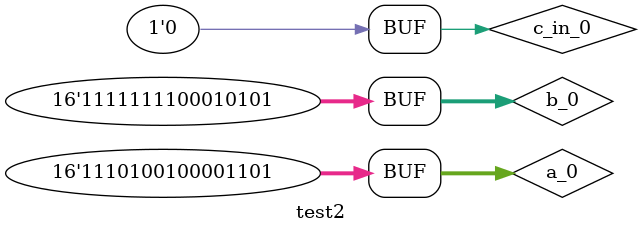
<source format=v>
`timescale 1ns / 1ps


module test2(

    );
    
    reg [15:0] a_0, b_0;
    reg c_in_0;
    wire [15:0] sum_out_0;
    wire GUAT_G_0, GUAT_P_0, carry4_0;
    
    design_1_wrapper sumator(GUAT_G_0, GUAT_P_0, a_0, b_0, c_in_0, carry4_0, sum_out_0);
    
    initial begin
        c_in_0 = 1'b0; a_0 = 24000; b_0 = 5000;
        #250 c_in_0 = 1; a_0 = 23580; b_0 = -489;
        #250 a_0 = -1234; b_0 = 2000;
        #250 c_in_0 = 0; a_0 = -5875; b_0 = -235;
    end
endmodule

</source>
